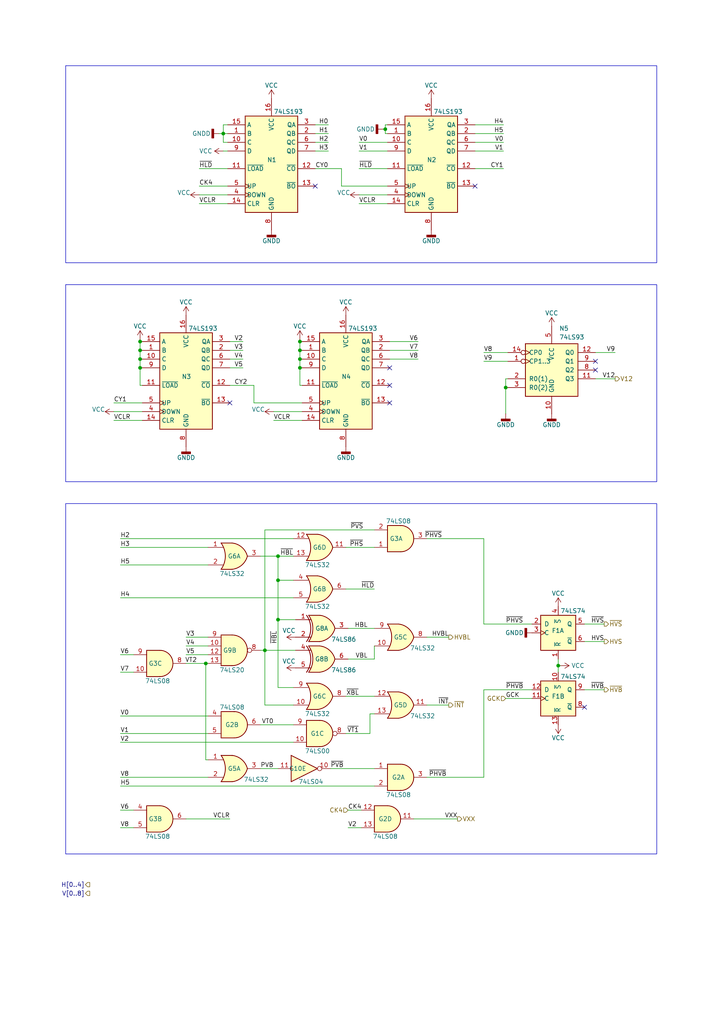
<source format=kicad_sch>
(kicad_sch (version 20231120) (generator "eeschema") (generator_version "8.0")
  (paper "A4" portrait)
  (title_block (title "Turbo Spectrum ( CoBra 2 ) ") (company "© 2022 The Cismas Foundation"))
  (lib_symbols
    (symbol "74xx:74LS00" (pin_names (offset 1.016))
      (property "Reference" "U" (at 0 1.27 0))
      (property "Value" "74LS00" (at 0 -1.27 0))
      (symbol "74LS00_1_1"
        (pin input line (at -7.62 2.54 0) (length 3.81) (name "~") (number "1"))
        (pin input line (at -7.62 -2.54 0) (length 3.81) (name "~") (number "2"))
        (pin output inverted (at 7.62 0 180) (length 3.81) (name "~") (number "3"))
      )
      (symbol "74LS00_1_2"
        (pin input inverted (at -7.62 2.54 0) (length 4.318) (name "~") (number "1"))
        (pin input inverted (at -7.62 -2.54 0) (length 4.318) (name "~") (number "2"))
        (pin output line (at 7.62 0 180) (length 3.81) (name "~") (number "3"))
      )
      (symbol "74LS00_2_1"
        (pin input line (at -7.62 2.54 0) (length 3.81) (name "~") (number "4"))
        (pin input line (at -7.62 -2.54 0) (length 3.81) (name "~") (number "5"))
        (pin output inverted (at 7.62 0 180) (length 3.81) (name "~") (number "6"))
      )
      (symbol "74LS00_2_2"
        (pin input inverted (at -7.62 2.54 0) (length 4.318) (name "~") (number "4"))
        (pin input inverted (at -7.62 -2.54 0) (length 4.318) (name "~") (number "5"))
        (pin output line (at 7.62 0 180) (length 3.81) (name "~") (number "6"))
      )
      (symbol "74LS00_3_1"
        (pin input line (at -7.62 -2.54 0) (length 3.81) (name "~") (number "10"))
        (pin output inverted (at 7.62 0 180) (length 3.81) (name "~") (number "8"))
        (pin input line (at -7.62 2.54 0) (length 3.81) (name "~") (number "9"))
      )
      (symbol "74LS00_3_2"
        (pin input inverted (at -7.62 -2.54 0) (length 4.318) (name "~") (number "10"))
        (pin output line (at 7.62 0 180) (length 3.81) (name "~") (number "8"))
        (pin input inverted (at -7.62 2.54 0) (length 4.318) (name "~") (number "9"))
      )
      (symbol "74LS00_4_1"
        (pin output inverted (at 7.62 0 180) (length 3.81) (name "~") (number "11"))
        (pin input line (at -7.62 2.54 0) (length 3.81) (name "~") (number "12"))
        (pin input line (at -7.62 -2.54 0) (length 3.81) (name "~") (number "13"))
      )
      (symbol "74LS00_4_2"
        (pin output line (at 7.62 0 180) (length 3.81) (name "~") (number "11"))
        (pin input inverted (at -7.62 2.54 0) (length 4.318) (name "~") (number "12"))
        (pin input inverted (at -7.62 -2.54 0) (length 4.318) (name "~") (number "13"))
      )
      (symbol "74LS00_5_0"
        (pin power_in line (at 0 12.7 270) (length 5.08) (name "VCC") (number "14"))
        (pin power_in line (at 0 -12.7 90) (length 5.08) (name "GND") (number "7"))
      )
    )
    (symbol "74xx:74LS04"
      (property "Reference" "U" (at 0 1.27 0))
      (property "Value" "74LS04" (at 0 -1.27 0))
      (symbol "74LS04_1_0"
        (pin input line (at -7.62 0 0) (length 3.81) (name "~") (number "1"))
        (pin output inverted (at 7.62 0 180) (length 3.81) (name "~") (number "2"))
      )
      (symbol "74LS04_2_0"
        (pin input line (at -7.62 0 0) (length 3.81) (name "~") (number "3"))
        (pin output inverted (at 7.62 0 180) (length 3.81) (name "~") (number "4"))
      )
      (symbol "74LS04_3_0"
        (pin input line (at -7.62 0 0) (length 3.81) (name "~") (number "5"))
        (pin output inverted (at 7.62 0 180) (length 3.81) (name "~") (number "6"))
      )
      (symbol "74LS04_4_0"
        (pin output inverted (at 7.62 0 180) (length 3.81) (name "~") (number "8"))
        (pin input line (at -7.62 0 0) (length 3.81) (name "~") (number "9"))
      )
      (symbol "74LS04_5_0"
        (pin output inverted (at 7.62 0 180) (length 3.81) (name "~") (number "10"))
        (pin input line (at -7.62 0 0) (length 3.81) (name "~") (number "11"))
      )
      (symbol "74LS04_6_0"
        (pin output inverted (at 7.62 0 180) (length 3.81) (name "~") (number "12"))
        (pin input line (at -7.62 0 0) (length 3.81) (name "~") (number "13"))
      )
      (symbol "74LS04_7_0"
        (pin power_in line (at 0 12.7 270) (length 5.08) (name "VCC") (number "14"))
        (pin power_in line (at 0 -12.7 90) (length 5.08) (name "GND") (number "7"))
      )
    )
    (symbol "74xx:74LS08" (pin_names (offset 1.016))
      (property "Reference" "U" (at 0 1.27 0))
      (property "Value" "74LS08" (at 0 -1.27 0))
      (symbol "74LS08_1_1"
        (pin input line (at -7.62 2.54 0) (length 3.81) (name "~") (number "1"))
        (pin input line (at -7.62 -2.54 0) (length 3.81) (name "~") (number "2"))
        (pin output line (at 7.62 0 180) (length 3.81) (name "~") (number "3"))
      )
      (symbol "74LS08_1_2"
        (pin input inverted (at -7.62 2.54 0) (length 4.318) (name "~") (number "1"))
        (pin input inverted (at -7.62 -2.54 0) (length 4.318) (name "~") (number "2"))
        (pin output inverted (at 7.62 0 180) (length 3.81) (name "~") (number "3"))
      )
      (symbol "74LS08_2_1"
        (pin input line (at -7.62 2.54 0) (length 3.81) (name "~") (number "4"))
        (pin input line (at -7.62 -2.54 0) (length 3.81) (name "~") (number "5"))
        (pin output line (at 7.62 0 180) (length 3.81) (name "~") (number "6"))
      )
      (symbol "74LS08_2_2"
        (pin input inverted (at -7.62 2.54 0) (length 4.318) (name "~") (number "4"))
        (pin input inverted (at -7.62 -2.54 0) (length 4.318) (name "~") (number "5"))
        (pin output inverted (at 7.62 0 180) (length 3.81) (name "~") (number "6"))
      )
      (symbol "74LS08_3_1"
        (pin input line (at -7.62 -2.54 0) (length 3.81) (name "~") (number "10"))
        (pin output line (at 7.62 0 180) (length 3.81) (name "~") (number "8"))
        (pin input line (at -7.62 2.54 0) (length 3.81) (name "~") (number "9"))
      )
      (symbol "74LS08_3_2"
        (pin input inverted (at -7.62 -2.54 0) (length 4.318) (name "~") (number "10"))
        (pin output inverted (at 7.62 0 180) (length 3.81) (name "~") (number "8"))
        (pin input inverted (at -7.62 2.54 0) (length 4.318) (name "~") (number "9"))
      )
      (symbol "74LS08_4_1"
        (pin output line (at 7.62 0 180) (length 3.81) (name "~") (number "11"))
        (pin input line (at -7.62 2.54 0) (length 3.81) (name "~") (number "12"))
        (pin input line (at -7.62 -2.54 0) (length 3.81) (name "~") (number "13"))
      )
      (symbol "74LS08_4_2"
        (pin output inverted (at 7.62 0 180) (length 3.81) (name "~") (number "11"))
        (pin input inverted (at -7.62 2.54 0) (length 4.318) (name "~") (number "12"))
        (pin input inverted (at -7.62 -2.54 0) (length 4.318) (name "~") (number "13"))
      )
      (symbol "74LS08_5_0"
        (pin power_in line (at 0 12.7 270) (length 5.08) (name "VCC") (number "14"))
        (pin power_in line (at 0 -12.7 90) (length 5.08) (name "GND") (number "7"))
      )
    )
    (symbol "74xx:74LS193"
      (property "Reference" "U" (at -7.62 13.97 0))
      (property "Value" "74LS193" (at 5.08 13.97 0))
      (symbol "74LS193_1_0"
        (pin input line (at -12.7 7.62 0) (length 5.08) (name "B") (number "1"))
        (pin input line (at -12.7 5.08 0) (length 5.08) (name "C") (number "10"))
        (pin input line (at -12.7 -2.54 0) (length 5.08) (name "~{LOAD}") (number "11"))
        (pin output line (at 12.7 -2.54 180) (length 5.08) (name "~{CO}") (number "12"))
        (pin output line (at 12.7 -7.62 180) (length 5.08) (name "~{BO}") (number "13"))
        (pin input line (at -12.7 -12.7 0) (length 5.08) (name "CLR") (number "14"))
        (pin input line (at -12.7 10.16 0) (length 5.08) (name "A") (number "15"))
        (pin power_in line (at 0 17.78 270) (length 5.08) (name "VCC") (number "16"))
        (pin output line (at 12.7 7.62 180) (length 5.08) (name "QB") (number "2"))
        (pin output line (at 12.7 10.16 180) (length 5.08) (name "QA") (number "3"))
        (pin input clock (at -12.7 -10.16 0) (length 5.08) (name "DOWN") (number "4"))
        (pin input clock (at -12.7 -7.62 0) (length 5.08) (name "UP") (number "5"))
        (pin output line (at 12.7 5.08 180) (length 5.08) (name "QC") (number "6"))
        (pin output line (at 12.7 2.54 180) (length 5.08) (name "QD") (number "7"))
        (pin power_in line (at 0 -20.32 90) (length 5.08) (name "GND") (number "8"))
        (pin input line (at -12.7 2.54 0) (length 5.08) (name "D") (number "9"))
      )
    )
    (symbol "74xx:74LS20" (pin_names (offset 1.016))
      (property "Reference" "U" (at 0 1.27 0))
      (property "Value" "74LS20" (at 0 -1.27 0))
      (symbol "74LS20_1_1"
        (pin input line (at -7.62 3.81 0) (length 3.81) (name "~") (number "1"))
        (pin input line (at -7.62 1.27 0) (length 3.81) (name "~") (number "2"))
        (pin input line (at -7.62 -1.27 0) (length 3.81) (name "~") (number "4"))
        (pin input line (at -7.62 -3.81 0) (length 3.81) (name "~") (number "5"))
        (pin output inverted (at 7.62 0 180) (length 3.81) (name "~") (number "6"))
      )
      (symbol "74LS20_1_2"
        (pin input inverted (at -7.62 3.81 0) (length 3.81) (name "~") (number "1"))
        (pin input inverted (at -7.62 1.27 0) (length 4.826) (name "~") (number "2"))
        (pin input inverted (at -7.62 -1.27 0) (length 4.826) (name "~") (number "4"))
        (pin input inverted (at -7.62 -3.81 0) (length 3.81) (name "~") (number "5"))
        (pin output line (at 7.62 0 180) (length 3.81) (name "~") (number "6"))
      )
      (symbol "74LS20_2_1"
        (pin input line (at -7.62 1.27 0) (length 3.81) (name "~") (number "10"))
        (pin input line (at -7.62 -1.27 0) (length 3.81) (name "~") (number "12"))
        (pin input line (at -7.62 -3.81 0) (length 3.81) (name "~") (number "13"))
        (pin output inverted (at 7.62 0 180) (length 3.81) (name "~") (number "8"))
        (pin input line (at -7.62 3.81 0) (length 3.81) (name "~") (number "9"))
      )
      (symbol "74LS20_2_2"
        (pin input inverted (at -7.62 1.27 0) (length 4.826) (name "~") (number "10"))
        (pin input inverted (at -7.62 -1.27 0) (length 4.826) (name "~") (number "12"))
        (pin input inverted (at -7.62 -3.81 0) (length 3.81) (name "~") (number "13"))
        (pin output line (at 7.62 0 180) (length 3.81) (name "~") (number "8"))
        (pin input inverted (at -7.62 3.81 0) (length 3.81) (name "~") (number "9"))
      )
      (symbol "74LS20_3_0"
        (pin power_in line (at 0 12.7 270) (length 5.08) (name "VCC") (number "14"))
        (pin power_in line (at 0 -12.7 90) (length 5.08) (name "GND") (number "7"))
      )
    )
    (symbol "74xx:74LS32" (pin_names (offset 1.016))
      (property "Reference" "U" (at 0 1.27 0))
      (property "Value" "74LS32" (at 0 -1.27 0))
      (symbol "74LS32_1_1"
        (pin input line (at -7.62 2.54 0) (length 4.318) (name "~") (number "1"))
        (pin input line (at -7.62 -2.54 0) (length 4.318) (name "~") (number "2"))
        (pin output line (at 7.62 0 180) (length 3.81) (name "~") (number "3"))
      )
      (symbol "74LS32_1_2"
        (pin input inverted (at -7.62 2.54 0) (length 3.81) (name "~") (number "1"))
        (pin input inverted (at -7.62 -2.54 0) (length 3.81) (name "~") (number "2"))
        (pin output inverted (at 7.62 0 180) (length 3.81) (name "~") (number "3"))
      )
      (symbol "74LS32_2_1"
        (pin input line (at -7.62 2.54 0) (length 4.318) (name "~") (number "4"))
        (pin input line (at -7.62 -2.54 0) (length 4.318) (name "~") (number "5"))
        (pin output line (at 7.62 0 180) (length 3.81) (name "~") (number "6"))
      )
      (symbol "74LS32_2_2"
        (pin input inverted (at -7.62 2.54 0) (length 3.81) (name "~") (number "4"))
        (pin input inverted (at -7.62 -2.54 0) (length 3.81) (name "~") (number "5"))
        (pin output inverted (at 7.62 0 180) (length 3.81) (name "~") (number "6"))
      )
      (symbol "74LS32_3_1"
        (pin input line (at -7.62 -2.54 0) (length 4.318) (name "~") (number "10"))
        (pin output line (at 7.62 0 180) (length 3.81) (name "~") (number "8"))
        (pin input line (at -7.62 2.54 0) (length 4.318) (name "~") (number "9"))
      )
      (symbol "74LS32_3_2"
        (pin input inverted (at -7.62 -2.54 0) (length 3.81) (name "~") (number "10"))
        (pin output inverted (at 7.62 0 180) (length 3.81) (name "~") (number "8"))
        (pin input inverted (at -7.62 2.54 0) (length 3.81) (name "~") (number "9"))
      )
      (symbol "74LS32_4_1"
        (pin output line (at 7.62 0 180) (length 3.81) (name "~") (number "11"))
        (pin input line (at -7.62 2.54 0) (length 4.318) (name "~") (number "12"))
        (pin input line (at -7.62 -2.54 0) (length 4.318) (name "~") (number "13"))
      )
      (symbol "74LS32_4_2"
        (pin output inverted (at 7.62 0 180) (length 3.81) (name "~") (number "11"))
        (pin input inverted (at -7.62 2.54 0) (length 3.81) (name "~") (number "12"))
        (pin input inverted (at -7.62 -2.54 0) (length 3.81) (name "~") (number "13"))
      )
      (symbol "74LS32_5_0"
        (pin power_in line (at 0 12.7 270) (length 5.08) (name "VCC") (number "14"))
        (pin power_in line (at 0 -12.7 90) (length 5.08) (name "GND") (number "7"))
      )
    )
    (symbol "74xx:74LS74" (pin_names (offset 1.016))
      (property "Reference" "U" (at -7.62 8.89 0))
      (property "Value" "74LS74" (at -7.62 -8.89 0))
      (symbol "74LS74_1_0"
        (pin input line (at 0 -7.62 90) (length 2.54) (name "~{R}") (number "1"))
        (pin input line (at -7.62 2.54 0) (length 2.54) (name "D") (number "2"))
        (pin input clock (at -7.62 0 0) (length 2.54) (name "C") (number "3"))
        (pin input line (at 0 7.62 270) (length 2.54) (name "~{S}") (number "4"))
        (pin output line (at 7.62 2.54 180) (length 2.54) (name "Q") (number "5"))
        (pin output line (at 7.62 -2.54 180) (length 2.54) (name "~{Q}") (number "6"))
      )
      (symbol "74LS74_2_0"
        (pin input line (at 0 7.62 270) (length 2.54) (name "~{S}") (number "10"))
        (pin input clock (at -7.62 0 0) (length 2.54) (name "C") (number "11"))
        (pin input line (at -7.62 2.54 0) (length 2.54) (name "D") (number "12"))
        (pin input line (at 0 -7.62 90) (length 2.54) (name "~{R}") (number "13"))
        (pin output line (at 7.62 -2.54 180) (length 2.54) (name "~{Q}") (number "8"))
        (pin output line (at 7.62 2.54 180) (length 2.54) (name "Q") (number "9"))
      )
      (symbol "74LS74_3_0"
        (pin power_in line (at 0 10.16 270) (length 2.54) (name "VCC") (number "14"))
        (pin power_in line (at 0 -10.16 90) (length 2.54) (name "GND") (number "7"))
      )
    )
    (symbol "74xx:74LS86" (pin_names (offset 1.016))
      (property "Reference" "U" (at 0 1.27 0))
      (property "Value" "74LS86" (at 0 -1.27 0))
      (symbol "74LS86_1_0"
        (pin input line (at -7.62 2.54 0) (length 4.445) (name "~") (number "1"))
        (pin input line (at -7.62 -2.54 0) (length 4.445) (name "~") (number "2"))
        (pin output line (at 7.62 0 180) (length 3.81) (name "~") (number "3"))
      )
      (symbol "74LS86_2_0"
        (pin input line (at -7.62 2.54 0) (length 4.445) (name "~") (number "4"))
        (pin input line (at -7.62 -2.54 0) (length 4.445) (name "~") (number "5"))
        (pin output line (at 7.62 0 180) (length 3.81) (name "~") (number "6"))
      )
      (symbol "74LS86_3_0"
        (pin input line (at -7.62 -2.54 0) (length 4.445) (name "~") (number "10"))
        (pin output line (at 7.62 0 180) (length 3.81) (name "~") (number "8"))
        (pin input line (at -7.62 2.54 0) (length 4.445) (name "~") (number "9"))
      )
      (symbol "74LS86_4_0"
        (pin output line (at 7.62 0 180) (length 3.81) (name "~") (number "11"))
        (pin input line (at -7.62 2.54 0) (length 4.445) (name "~") (number "12"))
        (pin input line (at -7.62 -2.54 0) (length 4.445) (name "~") (number "13"))
      )
      (symbol "74LS86_5_0"
        (pin power_in line (at 0 12.7 270) (length 5.08) (name "VCC") (number "14"))
        (pin power_in line (at 0 -12.7 90) (length 5.08) (name "GND") (number "7"))
      )
    )
    (symbol "74xx:74LS93" (pin_names (offset 1.016))
      (property "Reference" "U" (at -7.62 8.89 0))
      (property "Value" "74LS93" (at -7.62 -8.89 0))
      (symbol "74LS93_1_0"
        (pin input inverted_clock (at -12.7 2.54 0) (length 5.08) (name "CP1..3") (number "1"))
        (pin power_in line (at 0 -12.7 90) (length 5.08) (name "GND") (number "10"))
        (pin output line (at 12.7 -2.54 180) (length 5.08) (name "Q3") (number "11"))
        (pin output line (at 12.7 5.08 180) (length 5.08) (name "Q0") (number "12"))
        (pin input inverted_clock (at -12.7 5.08 0) (length 5.08) (name "CP0") (number "14"))
        (pin input line (at -12.7 -2.54 0) (length 5.08) (name "R0(1)") (number "2"))
        (pin input line (at -12.7 -5.08 0) (length 5.08) (name "R0(2)") (number "3"))
        (pin power_in line (at 0 12.7 270) (length 5.08) (name "VCC") (number "5"))
        (pin output line (at 12.7 0 180) (length 5.08) (name "Q2") (number "8"))
        (pin output line (at 12.7 2.54 180) (length 5.08) (name "Q1") (number "9"))
      )
    )
    (symbol "power:GNDD" (power) (pin_numbers hide) (pin_names (offset 0) hide)
      (property "Value" "GNDD" (at 0 -3.175 0))
      (symbol "GNDD_1_1"
        (pin power_in line (at 0 0 270) (length 0) (name "~") (number "1"))
      )
    )
    (symbol "power:VCC" (power) (pin_numbers hide) (pin_names (offset 0) hide)
      (property "Value" "VCC" (at 0 3.556 0))
      (symbol "VCC_1_1"
        (pin power_in line (at 0 0 90) (length 0) (name "~") (number "1"))
      )
    )
  )
  (junction (at 146.685 112.395))
  (junction (at 40.64 104.14))
  (junction (at 80.645 161.29))
  (junction (at 161.925 193.04))
  (junction (at 64.77 38.735))
  (junction (at 86.995 101.6))
  (junction (at 40.64 106.68))
  (junction (at 76.835 188.595))
  (junction (at 40.64 99.06))
  (junction (at 111.76 37.465))
  (junction (at 86.995 99.06))
  (junction (at 59.69 192.405))
  (junction (at 86.995 106.68))
  (junction (at 80.645 179.705))
  (junction (at 86.995 104.14))
  (junction (at 40.64 101.6))
  (junction (at 80.645 168.275))
  (no_connect (at 113.03 106.68))
  (no_connect (at 113.03 111.76))
  (no_connect (at 91.44 53.975))
  (no_connect (at 169.545 205.105))
  (no_connect (at 113.03 116.84))
  (no_connect (at 66.675 116.84))
  (no_connect (at 172.72 104.775))
  (no_connect (at 172.72 107.315))
  (no_connect (at 137.795 53.975))
  (wire (pts (xy 140.335 200.025) (xy 154.305 200.025)))
  (wire (pts (xy 34.925 189.865) (xy 38.735 189.865)))
  (wire (pts (xy 40.64 101.6) (xy 41.275 101.6)))
  (wire (pts (xy 107.315 212.725) (xy 100.33 212.725)))
  (wire (pts (xy 137.795 41.275) (xy 146.05 41.275)))
  (wire (pts (xy 104.14 56.515) (xy 112.395 56.515)))
  (wire (pts (xy 40.64 111.76) (xy 41.275 111.76)))
  (wire (pts (xy 95.885 222.885) (xy 108.585 222.885)))
  (wire (pts (xy 80.645 199.39) (xy 85.09 199.39)))
  (wire (pts (xy 111.76 36.195) (xy 112.395 36.195)))
  (wire (pts (xy 60.325 225.425) (xy 34.925 225.425)))
  (wire (pts (xy 104.14 59.055) (xy 112.395 59.055)))
  (wire (pts (xy 113.03 104.14) (xy 121.285 104.14)))
  (wire (pts (xy 64.77 38.735) (xy 64.77 41.275)))
  (wire (pts (xy 66.675 104.14) (xy 70.485 104.14)))
  (wire (pts (xy 53.975 187.325) (xy 60.325 187.325)))
  (wire (pts (xy 99.06 53.975) (xy 112.395 53.975)))
  (wire (pts (xy 85.725 188.595) (xy 76.835 188.595)))
  (wire (pts (xy 66.675 106.68) (xy 70.485 106.68)))
  (wire (pts (xy 140.335 180.975) (xy 154.305 180.975)))
  (wire (pts (xy 57.785 48.895) (xy 66.04 48.895)))
  (wire (pts (xy 73.66 116.84) (xy 87.63 116.84)))
  (wire (pts (xy 137.795 43.815) (xy 146.05 43.815)))
  (wire (pts (xy 34.925 240.03) (xy 38.735 240.03)))
  (wire (pts (xy 86.995 104.14) (xy 86.995 101.6)))
  (wire (pts (xy 63.5 38.735) (xy 64.77 38.735)))
  (wire (pts (xy 161.925 193.04) (xy 162.56 193.04)))
  (wire (pts (xy 59.69 220.345) (xy 59.69 192.405)))
  (wire (pts (xy 66.675 101.6) (xy 70.485 101.6)))
  (wire (pts (xy 91.44 48.895) (xy 99.06 48.895)))
  (wire (pts (xy 86.995 99.06) (xy 87.63 99.06)))
  (wire (pts (xy 120.015 237.49) (xy 132.715 237.49)))
  (wire (pts (xy 64.77 38.735) (xy 66.04 38.735)))
  (wire (pts (xy 161.925 193.04) (xy 161.925 194.945)))
  (wire (pts (xy 137.795 48.895) (xy 146.05 48.895)))
  (wire (pts (xy 91.44 36.195) (xy 95.25 36.195)))
  (wire (pts (xy 104.14 43.815) (xy 112.395 43.815)))
  (wire (pts (xy 146.685 109.855) (xy 146.685 112.395)))
  (wire (pts (xy 111.125 37.465) (xy 111.76 37.465)))
  (wire (pts (xy 123.825 156.21) (xy 140.335 156.21)))
  (wire (pts (xy 34.925 212.725) (xy 60.325 212.725)))
  (wire (pts (xy 76.835 153.67) (xy 108.585 153.67)))
  (wire (pts (xy 76.835 204.47) (xy 85.09 204.47)))
  (wire (pts (xy 86.995 111.76) (xy 87.63 111.76)))
  (wire (pts (xy 86.995 104.14) (xy 87.63 104.14)))
  (wire (pts (xy 111.76 37.465) (xy 111.76 38.735)))
  (wire (pts (xy 60.325 220.345) (xy 59.69 220.345)))
  (wire (pts (xy 100.33 170.815) (xy 108.585 170.815)))
  (wire (pts (xy 57.785 53.975) (xy 66.04 53.975)))
  (wire (pts (xy 64.77 36.195) (xy 64.77 38.735)))
  (wire (pts (xy 40.64 104.14) (xy 41.275 104.14)))
  (wire (pts (xy 111.76 38.735) (xy 112.395 38.735)))
  (wire (pts (xy 140.335 102.235) (xy 147.32 102.235)))
  (wire (pts (xy 172.72 109.855) (xy 178.435 109.855)))
  (wire (pts (xy 140.335 225.425) (xy 140.335 200.025)))
  (wire (pts (xy 108.585 191.135) (xy 108.585 187.325)))
  (wire (pts (xy 100.33 158.75) (xy 108.585 158.75)))
  (wire (pts (xy 100.965 240.03) (xy 104.775 240.03)))
  (wire (pts (xy 40.64 106.68) (xy 40.64 111.76)))
  (wire (pts (xy 100.33 201.93) (xy 108.585 201.93)))
  (wire (pts (xy 59.69 192.405) (xy 60.325 192.405)))
  (wire (pts (xy 76.835 204.47) (xy 76.835 188.595)))
  (wire (pts (xy 75.565 161.29) (xy 80.645 161.29)))
  (wire (pts (xy 100.965 182.245) (xy 108.585 182.245)))
  (wire (pts (xy 40.64 104.14) (xy 40.64 101.6)))
  (wire (pts (xy 79.375 121.92) (xy 87.63 121.92)))
  (wire (pts (xy 34.925 173.355) (xy 85.09 173.355)))
  (wire (pts (xy 73.66 111.76) (xy 73.66 116.84)))
  (wire (pts (xy 91.44 41.275) (xy 95.25 41.275)))
  (wire (pts (xy 57.785 59.055) (xy 66.04 59.055)))
  (wire (pts (xy 75.565 222.885) (xy 80.645 222.885)))
  (wire (pts (xy 85.09 168.275) (xy 80.645 168.275)))
  (wire (pts (xy 34.925 227.965) (xy 108.585 227.965)))
  (wire (pts (xy 146.685 202.565) (xy 154.305 202.565)))
  (wire (pts (xy 123.825 225.425) (xy 140.335 225.425)))
  (wire (pts (xy 91.44 43.815) (xy 95.25 43.815)))
  (wire (pts (xy 80.645 179.705) (xy 80.645 199.39)))
  (wire (pts (xy 66.675 111.76) (xy 73.66 111.76)))
  (wire (pts (xy 75.565 210.185) (xy 85.09 210.185)))
  (wire (pts (xy 113.03 99.06) (xy 121.285 99.06)))
  (wire (pts (xy 86.995 98.425) (xy 86.995 99.06)))
  (wire (pts (xy 86.995 106.68) (xy 86.995 104.14)))
  (wire (pts (xy 80.645 161.29) (xy 85.09 161.29)))
  (wire (pts (xy 169.545 200.025) (xy 175.26 200.025)))
  (wire (pts (xy 137.795 38.735) (xy 146.05 38.735)))
  (wire (pts (xy 34.925 234.95) (xy 38.735 234.95)))
  (wire (pts (xy 34.925 215.265) (xy 85.09 215.265)))
  (wire (pts (xy 146.685 112.395) (xy 147.32 112.395)))
  (wire (pts (xy 34.925 156.21) (xy 85.09 156.21)))
  (wire (pts (xy 53.975 237.49) (xy 66.675 237.49)))
  (wire (pts (xy 169.545 186.055) (xy 175.26 186.055)))
  (wire (pts (xy 113.03 101.6) (xy 121.285 101.6)))
  (wire (pts (xy 107.315 207.01) (xy 107.315 212.725)))
  (wire (pts (xy 34.925 163.83) (xy 60.325 163.83)))
  (wire (pts (xy 123.825 204.47) (xy 130.175 204.47)))
  (wire (pts (xy 79.375 119.38) (xy 87.63 119.38)))
  (wire (pts (xy 40.64 98.425) (xy 40.64 99.06)))
  (wire (pts (xy 53.975 192.405) (xy 59.69 192.405)))
  (wire (pts (xy 40.64 99.06) (xy 41.275 99.06)))
  (wire (pts (xy 34.925 207.645) (xy 60.325 207.645)))
  (wire (pts (xy 76.835 153.67) (xy 76.835 188.595)))
  (wire (pts (xy 33.02 119.38) (xy 41.275 119.38)))
  (wire (pts (xy 33.02 116.84) (xy 41.275 116.84)))
  (wire (pts (xy 104.14 48.895) (xy 112.395 48.895)))
  (wire (pts (xy 86.995 106.68) (xy 86.995 111.76)))
  (wire (pts (xy 146.685 112.395) (xy 146.685 120.015)))
  (wire (pts (xy 140.335 156.21) (xy 140.335 180.975)))
  (wire (pts (xy 104.14 41.275) (xy 112.395 41.275)))
  (wire (pts (xy 99.06 53.975) (xy 99.06 48.895)))
  (wire (pts (xy 123.825 184.785) (xy 130.175 184.785)))
  (wire (pts (xy 66.675 99.06) (xy 70.485 99.06)))
  (wire (pts (xy 108.585 207.01) (xy 107.315 207.01)))
  (wire (pts (xy 172.72 102.235) (xy 178.435 102.235)))
  (wire (pts (xy 33.02 121.92) (xy 41.275 121.92)))
  (wire (pts (xy 80.645 179.705) (xy 85.725 179.705)))
  (wire (pts (xy 91.44 38.735) (xy 95.25 38.735)))
  (wire (pts (xy 86.995 106.68) (xy 87.63 106.68)))
  (wire (pts (xy 34.925 158.75) (xy 60.325 158.75)))
  (wire (pts (xy 64.77 43.815) (xy 66.04 43.815)))
  (wire (pts (xy 100.965 234.95) (xy 104.775 234.95)))
  (wire (pts (xy 169.545 180.975) (xy 175.26 180.975)))
  (wire (pts (xy 40.64 101.6) (xy 40.64 99.06)))
  (wire (pts (xy 80.645 179.705) (xy 80.645 168.275)))
  (wire (pts (xy 34.925 194.945) (xy 38.735 194.945)))
  (wire (pts (xy 86.995 101.6) (xy 87.63 101.6)))
  (wire (pts (xy 86.995 101.6) (xy 86.995 99.06)))
  (wire (pts (xy 111.76 36.195) (xy 111.76 37.465)))
  (wire (pts (xy 64.77 36.195) (xy 66.04 36.195)))
  (wire (pts (xy 40.64 106.68) (xy 40.64 104.14)))
  (wire (pts (xy 41.275 106.68) (xy 40.64 106.68)))
  (wire (pts (xy 137.795 36.195) (xy 146.05 36.195)))
  (wire (pts (xy 57.785 56.515) (xy 66.04 56.515)))
  (wire (pts (xy 80.645 161.29) (xy 80.645 168.275)))
  (wire (pts (xy 147.32 109.855) (xy 146.685 109.855)))
  (wire (pts (xy 64.77 41.275) (xy 66.04 41.275)))
  (wire (pts (xy 53.975 189.865) (xy 60.325 189.865)))
  (wire (pts (xy 161.925 191.135) (xy 161.925 193.04)))
  (wire (pts (xy 53.975 184.785) (xy 60.325 184.785)))
  (wire (pts (xy 140.335 104.775) (xy 147.32 104.775)))
  (wire (pts (xy 75.565 188.595) (xy 76.835 188.595)))
  (wire (pts (xy 100.965 191.135) (xy 108.585 191.135)))
  (rectangle (start 19.05 146.05) (end 190.5 247.65))
  (rectangle (start 19.05 19.05) (end 190.5 76.2))
  (rectangle (start 19.05 82.55) (end 190.5 139.7))
  (label "V6" (at 34.925 189.865 0))
  (label "VXX" (at 132.715 237.49 180))
  (label "V3" (at 53.975 184.785 0))
  (label "V4" (at 70.485 104.14 180))
  (label "V8" (at 34.925 240.03 0))
  (label "H3" (at 34.925 158.75 0))
  (label "V5" (at 53.975 189.865 0))
  (label "H0" (at 95.25 36.195 180))
  (label "V1" (at 104.14 43.815 0))
  (label "~{INT}" (at 130.175 204.47 180))
  (label "~{PHVS}" (at 128.27 156.21 180))
  (label "VBL" (at 106.68 191.135 180))
  (label "CY1" (at 33.02 116.84 0))
  (label "H2" (at 34.925 156.21 0))
  (label "H5" (at 34.925 227.965 0))
  (label "PVB" (at 79.375 222.885 180))
  (label "CY0" (at 95.25 48.895 180))
  (label "~{HLD}" (at 108.585 170.815 180))
  (label "~{HVS}" (at 175.26 180.975 180))
  (label "~{VT1}" (at 104.14 212.725 180))
  (label "V2" (at 34.925 215.265 0))
  (label "VCLR" (at 57.785 59.055 0))
  (label "~{HVB}" (at 175.26 200.025 180))
  (label "CY2" (at 71.755 111.76 180))
  (label "~{PHVB}" (at 129.54 225.425 180))
  (label "H5" (at 146.05 38.735 180))
  (label "HVS" (at 175.26 186.055 180))
  (label "V5" (at 70.485 106.68 180))
  (label "V0" (at 104.14 41.275 0))
  (label "CY1" (at 146.05 48.895 180))
  (label "VCLR" (at 33.02 121.92 0))
  (label "V9" (at 140.335 104.775 0))
  (label "V6" (at 34.925 234.95 0))
  (label "VCLR" (at 79.375 121.92 0))
  (label "~{PHS}" (at 105.41 158.75 180))
  (label "H5" (at 34.925 163.83 0))
  (label "~{HBL}" (at 81.28 161.29 0))
  (label "VCLR" (at 104.14 59.055 0))
  (label "V2" (at 100.965 240.03 0))
  (label "H4" (at 146.05 36.195 180))
  (label "~{XBL}" (at 104.14 201.93 180))
  (label "V9" (at 178.435 102.235 180))
  (label "V8" (at 140.335 102.235 0))
  (label "CK4" (at 57.785 53.975 0))
  (label "VT0" (at 79.375 210.185 180))
  (label "~{HLD}" (at 104.14 48.895 0))
  (label "V3" (at 70.485 101.6 180))
  (label "H1" (at 95.25 38.735 180))
  (label "~{PVS}" (at 105.41 153.67 180))
  (label "VCLR" (at 66.675 237.49 180))
  (label "V8" (at 121.285 104.14 180))
  (label "H3" (at 95.25 43.815 180))
  (label "~{PHVB}" (at 146.685 200.025 0))
  (label "V0" (at 34.925 207.645 0))
  (label "~{HLD}" (at 57.785 48.895 0))
  (label "V7" (at 34.925 194.945 0))
  (label "V8" (at 34.925 225.425 0))
  (label "VT2" (at 57.15 192.405 180))
  (label "GCK" (at 146.685 202.565 0))
  (label "V1" (at 146.05 43.815 180))
  (label "HVBL" (at 130.175 184.785 180))
  (label "CK4" (at 100.965 234.95 0))
  (label "H2" (at 95.25 41.275 180))
  (label "V7" (at 121.285 101.6 180))
  (label "V1" (at 34.925 212.725 0))
  (label "V12" (at 178.435 109.855 180))
  (label "V6" (at 121.285 99.06 180))
  (label "~{HBL}" (at 80.645 182.88 270))
  (label "H4" (at 34.925 173.355 0))
  (label "V2" (at 70.485 99.06 180))
  (label "V0" (at 146.05 41.275 180))
  (label "V4" (at 53.975 187.325 0))
  (label "~{PHVS}" (at 146.685 180.975 0))
  (label "HBL" (at 106.68 182.245 180))
  (label "~{PVB}" (at 99.695 222.885 180))
  (hierarchical_label "GCK" (shape input) (at 146.685 202.565 180))
  (hierarchical_label "~{HVB}" (shape output) (at 175.26 200.025 0))
  (hierarchical_label "H[0..4]" (shape output) (at 26.035 256.54 180))
  (hierarchical_label "~{HVS}" (shape output) (at 175.26 180.975 0))
  (hierarchical_label "HVBL" (shape output) (at 130.175 184.785 0))
  (hierarchical_label "HVS" (shape output) (at 175.26 186.055 0))
  (hierarchical_label "CK4" (shape input) (at 100.965 234.95 180))
  (hierarchical_label "V[0..8]" (shape output) (at 26.035 259.08 180))
  (hierarchical_label "VXX" (shape output) (at 132.715 237.49 0))
  (hierarchical_label "~{INT}" (shape output) (at 130.175 204.47 0))
  (hierarchical_label "V12" (shape output) (at 178.435 109.855 0))
  (symbol (lib_id "74xx:74LS32") (at 92.71 201.93 0) (unit 3)
    (property "Reference" "G6" (at 92.71 201.93 0))
    (property "Value" "74LS32" (at 92.075 207.01 0))
    (property "Footprint" "Package_DIP:DIP-14_W7.62mm" (effects (hide yes)))
    (property "Datasheet" "http://www.ti.com/lit/gpn/sn74LS32" (effects (hide yes)))
    (property "Description" "Quad 2-input OR" (effects (hide yes)))
  )
  (symbol (lib_id "power:GNDD") (at 146.685 120.015 0) (unit 1)
    (property "Reference" "#PWR0150" (effects (hide yes)))
    (property "Value" "GNDD" (at 146.685 123.19 0))
    (property "Description" "Power symbol creates a global label with name \"GNDD\" , digital ground" (effects (hide yes)))
  )
  (symbol (lib_id "power:GNDD") (at 53.975 129.54 0) (unit 1)
    (property "Reference" "#PWR0130" (effects (hide yes)))
    (property "Value" "GNDD" (at 53.975 132.715 0))
    (property "Description" "Power symbol creates a global label with name \"GNDD\" , digital ground" (effects (hide yes)))
  )
  (symbol (lib_id "74xx:74LS86") (at 93.345 191.135 0) (unit 2)
    (property "Reference" "G8" (at 93.345 191.135 0))
    (property "Value" "74LS86" (at 99.695 194.31 0))
    (property "Footprint" "Package_DIP:DIP-14_W7.62mm" (effects (hide yes)))
    (property "Datasheet" "74xx/74ls86.pdf" (effects (hide yes)))
    (property "Description" "Quad 2-input XOR" (effects (hide yes)))
  )
  (symbol (lib_id "74xx:74LS193") (at 53.975 109.22 0) (unit 1)
    (property "Reference" "N3" (at 52.705 109.22 0) (effects (justify left)))
    (property "Value" "74LS193" (at 54.61 95.25 0) (effects (justify left)))
    (property "Footprint" "Package_DIP:DIP-16_W7.62mm" (effects (hide yes)))
    (property "Datasheet" "http://www.ti.com/lit/ds/symlink/sn74ls193.pdf" (effects (hide yes)))
    (property "Description" "Synchronous 4-bit Up/Down (2 clk) counter" (effects (hide yes)))
  )
  (symbol (lib_id "power:VCC") (at 78.74 28.575 0) (unit 1)
    (property "Reference" "#PWR0125" (effects (hide yes)))
    (property "Value" "VCC" (at 78.74 24.765 0))
    (property "Description" "Power symbol creates a global label with name \"VCC\"" (effects (hide yes)))
  )
  (symbol (lib_id "74xx:74LS08") (at 116.205 225.425 0) (unit 1)
    (property "Reference" "G2" (at 115.57 225.425 0))
    (property "Value" "74LS08" (at 115.57 230.505 0))
    (property "Footprint" "Package_DIP:DIP-14_W7.62mm" (effects (hide yes)))
    (property "Datasheet" "http://www.ti.com/lit/gpn/sn74LS08" (effects (hide yes)))
    (property "Description" "Quad And2" (effects (hide yes)))
  )
  (symbol (lib_id "power:VCC") (at 161.925 210.185 180) (unit 1)
    (property "Reference" "#PWR0148" (effects (hide yes)))
    (property "Value" "VCC" (at 161.925 213.995 0))
    (property "Description" "Power symbol creates a global label with name \"VCC\"" (effects (hide yes)))
  )
  (symbol (lib_id "power:VCC") (at 64.77 43.815 90) (unit 1)
    (property "Reference" "#PWR0134" (effects (hide yes)))
    (property "Value" "VCC" (at 59.69 43.815 90))
    (property "Description" "Power symbol creates a global label with name \"VCC\"" (effects (hide yes)))
  )
  (symbol (lib_id "74xx:74LS86") (at 93.345 182.245 0) (unit 1)
    (property "Reference" "G8" (at 93.345 182.245 0))
    (property "Value" "74LS86" (at 99.695 185.42 0))
    (property "Footprint" "Package_DIP:DIP-14_W7.62mm" (effects (hide yes)))
    (property "Datasheet" "74xx/74ls86.pdf" (effects (hide yes)))
    (property "Description" "Quad 2-input XOR" (effects (hide yes)))
  )
  (symbol (lib_id "74xx:74LS32") (at 116.205 204.47 0) (unit 4)
    (property "Reference" "G5" (at 116.205 204.47 0))
    (property "Value" "74LS32" (at 122.555 207.645 0))
    (property "Footprint" "Package_DIP:DIP-14_W7.62mm" (effects (hide yes)))
    (property "Datasheet" "http://www.ti.com/lit/gpn/sn74LS32" (effects (hide yes)))
    (property "Description" "Quad 2-input OR" (effects (hide yes)))
  )
  (symbol (lib_id "power:VCC") (at 40.64 98.425 0) (unit 1)
    (property "Reference" "#PWR0138" (effects (hide yes)))
    (property "Value" "VCC" (at 40.64 94.615 0))
    (property "Description" "Power symbol creates a global label with name \"VCC\"" (effects (hide yes)))
  )
  (symbol (lib_id "power:GNDD") (at 111.125 37.465 270) (unit 1)
    (property "Reference" "#PWR0135" (effects (hide yes)))
    (property "Value" "GNDD" (at 106.045 37.465 90))
    (property "Description" "Power symbol creates a global label with name \"GNDD\" , digital ground" (effects (hide yes)))
  )
  (symbol (lib_id "74xx:74LS08") (at 46.355 192.405 0) (unit 3)
    (property "Reference" "G3" (at 45.085 192.405 0))
    (property "Value" "74LS08" (at 45.72 197.485 0))
    (property "Footprint" "Package_DIP:DIP-14_W7.62mm" (effects (hide yes)))
    (property "Datasheet" "http://www.ti.com/lit/gpn/sn74LS08" (effects (hide yes)))
    (property "Description" "Quad And2" (effects (hide yes)))
  )
  (symbol (lib_id "power:VCC") (at 85.725 184.785 90) (unit 1)
    (property "Reference" "#PWR0153" (effects (hide yes)))
    (property "Value" "VCC" (at 83.82 182.88 90))
    (property "Description" "Power symbol creates a global label with name \"VCC\"" (effects (hide yes)))
  )
  (symbol (lib_id "power:VCC") (at 161.925 175.895 0) (unit 1)
    (property "Reference" "#PWR0144" (effects (hide yes)))
    (property "Value" "VCC" (at 161.925 172.085 0))
    (property "Description" "Power symbol creates a global label with name \"VCC\"" (effects (hide yes)))
  )
  (symbol (lib_id "74xx:74LS08") (at 67.945 210.185 0) (unit 2)
    (property "Reference" "G2" (at 67.31 210.185 0))
    (property "Value" "74LS08" (at 67.31 205.105 0))
    (property "Footprint" "Package_DIP:DIP-14_W7.62mm" (effects (hide yes)))
    (property "Datasheet" "http://www.ti.com/lit/gpn/sn74LS08" (effects (hide yes)))
    (property "Description" "Quad And2" (effects (hide yes)))
  )
  (symbol (lib_id "power:GNDD") (at 78.74 66.675 0) (unit 1)
    (property "Reference" "#PWR0126" (effects (hide yes)))
    (property "Value" "GNDD" (at 78.74 69.85 0))
    (property "Description" "Power symbol creates a global label with name \"GNDD\" , digital ground" (effects (hide yes)))
  )
  (symbol (lib_id "power:GNDD") (at 154.305 183.515 270) (unit 1)
    (property "Reference" "#PWR0146" (effects (hide yes)))
    (property "Value" "GNDD" (at 149.225 183.515 90))
    (property "Description" "Power symbol creates a global label with name \"GNDD\" , digital ground" (effects (hide yes)))
  )
  (symbol (lib_id "74xx:74LS193") (at 78.74 46.355 0) (unit 1)
    (property "Reference" "N1" (at 77.47 46.355 0) (effects (justify left)))
    (property "Value" "74LS193" (at 79.375 32.385 0) (effects (justify left)))
    (property "Footprint" "Package_DIP:DIP-16_W7.62mm" (effects (hide yes)))
    (property "Datasheet" "http://www.ti.com/lit/ds/symlink/sn74ls193.pdf" (effects (hide yes)))
    (property "Description" "Synchronous 4-bit Up/Down (2 clk) counter" (effects (hide yes)))
  )
  (symbol (lib_id "power:VCC") (at 162.56 193.04 270) (unit 1)
    (property "Reference" "#PWR0145" (effects (hide yes)))
    (property "Value" "VCC" (at 167.64 193.04 90))
    (property "Description" "Power symbol creates a global label with name \"VCC\"" (effects (hide yes)))
  )
  (symbol (lib_id "74xx:74LS193") (at 125.095 46.355 0) (unit 1)
    (property "Reference" "N2" (at 123.825 46.355 0) (effects (justify left)))
    (property "Value" "74LS193" (at 125.73 32.385 0) (effects (justify left)))
    (property "Footprint" "Package_DIP:DIP-16_W7.62mm" (effects (hide yes)))
    (property "Datasheet" "http://www.ti.com/lit/ds/symlink/sn74ls193.pdf" (effects (hide yes)))
    (property "Description" "Synchronous 4-bit Up/Down (2 clk) counter" (effects (hide yes)))
  )
  (symbol (lib_id "74xx:74LS08") (at 112.395 237.49 0) (unit 4)
    (property "Reference" "G2" (at 111.76 237.49 0))
    (property "Value" "74LS08" (at 111.76 242.57 0))
    (property "Footprint" "Package_DIP:DIP-14_W7.62mm" (effects (hide yes)))
    (property "Datasheet" "http://www.ti.com/lit/gpn/sn74LS08" (effects (hide yes)))
    (property "Description" "Quad And2" (effects (hide yes)))
  )
  (symbol (lib_id "74xx:74LS08") (at 116.205 156.21 0) (mirror x) (unit 1)
    (property "Reference" "G3" (at 114.935 156.21 0))
    (property "Value" "74LS08" (at 115.57 151.13 0))
    (property "Footprint" "Package_DIP:DIP-14_W7.62mm" (effects (hide yes)))
    (property "Datasheet" "http://www.ti.com/lit/gpn/sn74LS08" (effects (hide yes)))
    (property "Description" "Quad And2" (effects (hide yes)))
  )
  (symbol (lib_id "74xx:74LS32") (at 67.945 161.29 0) (unit 1)
    (property "Reference" "G6" (at 67.945 161.29 0))
    (property "Value" "74LS32" (at 67.31 166.37 0))
    (property "Footprint" "Package_DIP:DIP-14_W7.62mm" (effects (hide yes)))
    (property "Datasheet" "http://www.ti.com/lit/gpn/sn74LS32" (effects (hide yes)))
    (property "Description" "Quad 2-input OR" (effects (hide yes)))
  )
  (symbol (lib_id "power:GNDD") (at 63.5 38.735 270) (unit 1)
    (property "Reference" "#PWR0133" (effects (hide yes)))
    (property "Value" "GNDD" (at 58.42 38.735 90))
    (property "Description" "Power symbol creates a global label with name \"GNDD\" , digital ground" (effects (hide yes)))
  )
  (symbol (lib_id "74xx:74LS93") (at 160.02 107.315 0) (unit 1)
    (property "Reference" "N5" (at 162.2141 95.25 0) (effects (justify left)))
    (property "Value" "74LS93" (at 162.2141 97.79 0) (effects (justify left)))
    (property "Footprint" "Package_DIP:DIP-14_W7.62mm" (effects (hide yes)))
    (property "Datasheet" "http://www.ti.com/lit/gpn/sn74LS93" (effects (hide yes)))
    (property "Description" "Divide by 2 & 8 counter" (effects (hide yes)))
  )
  (symbol (lib_id "74xx:74LS20") (at 67.945 188.595 0) (unit 2)
    (property "Reference" "G9" (at 66.675 188.595 0))
    (property "Value" "74LS20" (at 67.31 194.31 0))
    (property "Footprint" "Package_DIP:DIP-14_W7.62mm" (effects (hide yes)))
    (property "Datasheet" "http://www.ti.com/lit/gpn/sn74LS20" (effects (hide yes)))
    (property "Description" "Dual 4-input NAND" (effects (hide yes)))
  )
  (symbol (lib_id "74xx:74LS32") (at 92.71 158.75 0) (unit 4)
    (property "Reference" "G6" (at 92.71 158.75 0))
    (property "Value" "74LS32" (at 92.075 163.83 0))
    (property "Footprint" "Package_DIP:DIP-14_W7.62mm" (effects (hide yes)))
    (property "Datasheet" "http://www.ti.com/lit/gpn/sn74LS32" (effects (hide yes)))
    (property "Description" "Quad 2-input OR" (effects (hide yes)))
  )
  (symbol (lib_id "power:VCC") (at 79.375 119.38 90) (unit 1)
    (property "Reference" "#PWR0141" (effects (hide yes)))
    (property "Value" "VCC" (at 74.93 118.745 90))
    (property "Description" "Power symbol creates a global label with name \"VCC\"" (effects (hide yes)))
  )
  (symbol (lib_id "power:VCC") (at 85.725 193.675 90) (unit 1)
    (property "Reference" "#PWR0154" (effects (hide yes)))
    (property "Value" "VCC" (at 83.82 191.77 90))
    (property "Description" "Power symbol creates a global label with name \"VCC\"" (effects (hide yes)))
  )
  (symbol (lib_id "power:VCC") (at 100.33 91.44 0) (unit 1)
    (property "Reference" "#PWR0131" (effects (hide yes)))
    (property "Value" "VCC" (at 100.33 87.63 0))
    (property "Description" "Power symbol creates a global label with name \"VCC\"" (effects (hide yes)))
  )
  (symbol (lib_id "74xx:74LS193") (at 100.33 109.22 0) (unit 1)
    (property "Reference" "N4" (at 99.06 109.22 0) (effects (justify left)))
    (property "Value" "74LS193" (at 100.965 95.25 0) (effects (justify left)))
    (property "Footprint" "Package_DIP:DIP-16_W7.62mm" (effects (hide yes)))
    (property "Datasheet" "http://www.ti.com/lit/ds/symlink/sn74ls193.pdf" (effects (hide yes)))
    (property "Description" "Synchronous 4-bit Up/Down (2 clk) counter" (effects (hide yes)))
  )
  (symbol (lib_id "power:VCC") (at 33.02 119.38 90) (unit 1)
    (property "Reference" "#PWR0140" (effects (hide yes)))
    (property "Value" "VCC" (at 28.575 118.745 90))
    (property "Description" "Power symbol creates a global label with name \"VCC\"" (effects (hide yes)))
  )
  (symbol (lib_id "power:GNDD") (at 100.33 129.54 0) (unit 1)
    (property "Reference" "#PWR0132" (effects (hide yes)))
    (property "Value" "GNDD" (at 100.33 132.715 0))
    (property "Description" "Power symbol creates a global label with name \"GNDD\" , digital ground" (effects (hide yes)))
  )
  (symbol (lib_id "74xx:74LS32") (at 92.71 170.815 0) (unit 2)
    (property "Reference" "G6" (at 92.71 170.815 0))
    (property "Value" "74LS32" (at 92.075 175.895 0))
    (property "Footprint" "Package_DIP:DIP-14_W7.62mm" (effects (hide yes)))
    (property "Datasheet" "http://www.ti.com/lit/gpn/sn74LS32" (effects (hide yes)))
    (property "Description" "Quad 2-input OR" (effects (hide yes)))
  )
  (symbol (lib_id "74xx:74LS00") (at 92.71 212.725 0) (unit 3)
    (property "Reference" "G1" (at 92.075 212.725 0))
    (property "Value" "74LS00" (at 92.075 217.805 0))
    (property "Footprint" "Package_DIP:DIP-14_W7.62mm" (effects (hide yes)))
    (property "Datasheet" "http://www.ti.com/lit/gpn/sn74ls00" (effects (hide yes)))
    (property "Description" "quad 2-input NAND gate" (effects (hide yes)))
  )
  (symbol (lib_id "74xx:74LS32") (at 67.945 222.885 0) (unit 1)
    (property "Reference" "G5" (at 67.945 222.885 0))
    (property "Value" "74LS32" (at 74.295 226.06 0))
    (property "Footprint" "Package_DIP:DIP-14_W7.62mm" (effects (hide yes)))
    (property "Datasheet" "http://www.ti.com/lit/gpn/sn74LS32" (effects (hide yes)))
    (property "Description" "Quad 2-input OR" (effects (hide yes)))
  )
  (symbol (lib_id "74xx:74LS08") (at 46.355 237.49 0) (unit 2)
    (property "Reference" "G3" (at 45.085 237.49 0))
    (property "Value" "74LS08" (at 45.72 242.57 0))
    (property "Footprint" "Package_DIP:DIP-14_W7.62mm" (effects (hide yes)))
    (property "Datasheet" "http://www.ti.com/lit/gpn/sn74LS08" (effects (hide yes)))
    (property "Description" "Quad And2" (effects (hide yes)))
  )
  (symbol (lib_id "power:VCC") (at 104.14 56.515 90) (unit 1)
    (property "Reference" "#PWR0137" (effects (hide yes)))
    (property "Value" "VCC" (at 99.695 55.88 90))
    (property "Description" "Power symbol creates a global label with name \"VCC\"" (effects (hide yes)))
  )
  (symbol (lib_id "74xx:74LS32") (at 116.205 184.785 0) (unit 3)
    (property "Reference" "G5" (at 116.205 184.785 0))
    (property "Value" "74LS32" (at 122.555 187.96 0))
    (property "Footprint" "Package_DIP:DIP-14_W7.62mm" (effects (hide yes)))
    (property "Datasheet" "http://www.ti.com/lit/gpn/sn74LS32" (effects (hide yes)))
    (property "Description" "Quad 2-input OR" (effects (hide yes)))
  )
  (symbol (lib_id "74xx:74LS04") (at 88.265 222.885 0) (unit 5)
    (property "Reference" "G10" (at 86.36 222.885 0))
    (property "Value" "74LS04" (at 90.17 226.695 0))
    (property "Footprint" "Package_DIP:DIP-14_W7.62mm" (effects (hide yes)))
    (property "Datasheet" "http://www.ti.com/lit/gpn/sn74LS04" (effects (hide yes)))
    (property "Description" "Hex Inverter" (effects (hide yes)))
  )
  (symbol (lib_id "power:GNDD") (at 160.02 120.015 0) (unit 1)
    (property "Reference" "#PWR0149" (effects (hide yes)))
    (property "Value" "GNDD" (at 160.02 123.19 0))
    (property "Description" "Power symbol creates a global label with name \"GNDD\" , digital ground" (effects (hide yes)))
  )
  (symbol (lib_id "74xx:74LS74") (at 161.925 202.565 0) (unit 2)
    (property "Reference" "F1" (at 160.02 201.93 0) (effects (justify left)))
    (property "Value" "74LS74" (at 162.56 196.215 0) (effects (justify left)))
    (property "Footprint" "Package_DIP:DIP-14_W7.62mm" (effects (hide yes)))
    (property "Datasheet" "74xx/74hc_hct74.pdf" (effects (hide yes)))
    (property "Description" "Dual D Flip-flop, Set & Reset" (effects (hide yes)))
  )
  (symbol (lib_id "power:VCC") (at 86.995 98.425 0) (unit 1)
    (property "Reference" "#PWR0139" (effects (hide yes)))
    (property "Value" "VCC" (at 86.995 94.615 0))
    (property "Description" "Power symbol creates a global label with name \"VCC\"" (effects (hide yes)))
  )
  (symbol (lib_id "power:VCC") (at 160.02 94.615 0) (unit 1)
    (property "Reference" "#PWR0147" (effects (hide yes)))
    (property "Value" "VCC" (at 160.02 90.805 0))
    (property "Description" "Power symbol creates a global label with name \"VCC\"" (effects (hide yes)))
  )
  (symbol (lib_id "74xx:74LS74") (at 161.925 183.515 0) (unit 1)
    (property "Reference" "F1" (at 160.02 182.88 0) (effects (justify left)))
    (property "Value" "74LS74" (at 162.56 177.165 0) (effects (justify left)))
    (property "Footprint" "Package_DIP:DIP-14_W7.62mm" (effects (hide yes)))
    (property "Datasheet" "74xx/74hc_hct74.pdf" (effects (hide yes)))
    (property "Description" "Dual D Flip-flop, Set & Reset" (effects (hide yes)))
  )
  (symbol (lib_id "power:VCC") (at 57.785 56.515 90) (unit 1)
    (property "Reference" "#PWR0136" (effects (hide yes)))
    (property "Value" "VCC" (at 53.34 55.88 90))
    (property "Description" "Power symbol creates a global label with name \"VCC\"" (effects (hide yes)))
  )
  (symbol (lib_id "power:VCC") (at 53.975 91.44 0) (unit 1)
    (property "Reference" "#PWR0129" (effects (hide yes)))
    (property "Value" "VCC" (at 53.975 87.63 0))
    (property "Description" "Power symbol creates a global label with name \"VCC\"" (effects (hide yes)))
  )
  (symbol (lib_id "power:GNDD") (at 125.095 66.675 0) (unit 1)
    (property "Reference" "#PWR0128" (effects (hide yes)))
    (property "Value" "GNDD" (at 125.095 69.85 0))
    (property "Description" "Power symbol creates a global label with name \"GNDD\" , digital ground" (effects (hide yes)))
  )
  (symbol (lib_id "power:VCC") (at 125.095 28.575 0) (unit 1)
    (property "Reference" "#PWR0127" (effects (hide yes)))
    (property "Value" "VCC" (at 125.095 24.765 0))
    (property "Description" "Power symbol creates a global label with name \"VCC\"" (effects (hide yes)))
  )
)
</source>
